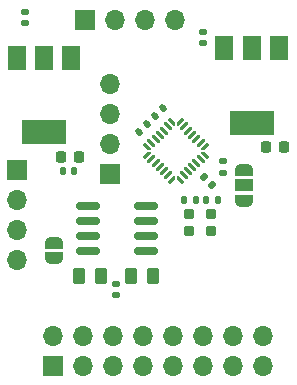
<source format=gts>
G04 #@! TF.GenerationSoftware,KiCad,Pcbnew,(6.0.7)*
G04 #@! TF.CreationDate,2023-06-30T23:32:05-07:00*
G04 #@! TF.ProjectId,RFD900 Interface,52464439-3030-4204-996e-746572666163,rev?*
G04 #@! TF.SameCoordinates,Original*
G04 #@! TF.FileFunction,Soldermask,Top*
G04 #@! TF.FilePolarity,Negative*
%FSLAX46Y46*%
G04 Gerber Fmt 4.6, Leading zero omitted, Abs format (unit mm)*
G04 Created by KiCad (PCBNEW (6.0.7)) date 2023-06-30 23:32:05*
%MOMM*%
%LPD*%
G01*
G04 APERTURE LIST*
G04 Aperture macros list*
%AMRoundRect*
0 Rectangle with rounded corners*
0 $1 Rounding radius*
0 $2 $3 $4 $5 $6 $7 $8 $9 X,Y pos of 4 corners*
0 Add a 4 corners polygon primitive as box body*
4,1,4,$2,$3,$4,$5,$6,$7,$8,$9,$2,$3,0*
0 Add four circle primitives for the rounded corners*
1,1,$1+$1,$2,$3*
1,1,$1+$1,$4,$5*
1,1,$1+$1,$6,$7*
1,1,$1+$1,$8,$9*
0 Add four rect primitives between the rounded corners*
20,1,$1+$1,$2,$3,$4,$5,0*
20,1,$1+$1,$4,$5,$6,$7,0*
20,1,$1+$1,$6,$7,$8,$9,0*
20,1,$1+$1,$8,$9,$2,$3,0*%
%AMFreePoly0*
4,1,22,0.500000,-0.750000,0.000000,-0.750000,0.000000,-0.745033,-0.079941,-0.743568,-0.215256,-0.701293,-0.333266,-0.622738,-0.424486,-0.514219,-0.481581,-0.384460,-0.499164,-0.250000,-0.500000,-0.250000,-0.500000,0.250000,-0.499164,0.250000,-0.499963,0.256109,-0.478152,0.396186,-0.417904,0.524511,-0.324060,0.630769,-0.204165,0.706417,-0.067858,0.745374,0.000000,0.744959,0.000000,0.750000,
0.500000,0.750000,0.500000,-0.750000,0.500000,-0.750000,$1*%
%AMFreePoly1*
4,1,20,0.000000,0.744959,0.073905,0.744508,0.209726,0.703889,0.328688,0.626782,0.421226,0.519385,0.479903,0.390333,0.500000,0.250000,0.500000,-0.250000,0.499851,-0.262216,0.476331,-0.402017,0.414519,-0.529596,0.319384,-0.634700,0.198574,-0.708877,0.061801,-0.746166,0.000000,-0.745033,0.000000,-0.750000,-0.500000,-0.750000,-0.500000,0.750000,0.000000,0.750000,0.000000,0.744959,
0.000000,0.744959,$1*%
%AMFreePoly2*
4,1,14,0.230680,0.111820,0.364320,-0.021821,0.377500,-0.053642,0.377500,-0.080000,0.364320,-0.111820,0.332500,-0.125000,-0.332500,-0.125000,-0.364320,-0.111820,-0.377500,-0.080000,-0.377500,0.080000,-0.364320,0.111820,-0.332500,0.125000,0.198860,0.125000,0.230680,0.111820,0.230680,0.111820,$1*%
%AMFreePoly3*
4,1,14,0.364320,0.111820,0.377500,0.080000,0.377501,0.053640,0.364318,0.021819,0.230680,-0.111820,0.198860,-0.125000,-0.332500,-0.125000,-0.364320,-0.111820,-0.377500,-0.080000,-0.377500,0.080000,-0.364320,0.111820,-0.332500,0.125000,0.332500,0.125000,0.364320,0.111820,0.364320,0.111820,$1*%
%AMFreePoly4*
4,1,15,0.053642,0.377500,0.080000,0.377500,0.111820,0.364320,0.125000,0.332500,0.125000,-0.332500,0.111820,-0.364320,0.080000,-0.377500,-0.080000,-0.377500,-0.111820,-0.364320,-0.125000,-0.332500,-0.125000,0.198860,-0.111820,0.230680,0.021820,0.364320,0.053640,0.377501,0.053642,0.377500,0.053642,0.377500,$1*%
%AMFreePoly5*
4,1,14,-0.021820,0.364320,0.111820,0.230679,0.125000,0.198858,0.125000,-0.332500,0.111820,-0.364320,0.080000,-0.377500,-0.080000,-0.377500,-0.111820,-0.364320,-0.125000,-0.332500,-0.125000,0.332500,-0.111820,0.364320,-0.080000,0.377500,-0.053640,0.377500,-0.021820,0.364320,-0.021820,0.364320,$1*%
%AMFreePoly6*
4,1,14,0.364320,0.111820,0.377500,0.080000,0.377500,-0.080000,0.364320,-0.111820,0.332500,-0.125000,-0.198860,-0.125001,-0.230681,-0.111818,-0.364320,0.021820,-0.377500,0.053640,-0.377500,0.080000,-0.364320,0.111820,-0.332500,0.125000,0.332500,0.125000,0.364320,0.111820,0.364320,0.111820,$1*%
%AMFreePoly7*
4,1,15,-0.198858,0.125000,0.332500,0.125000,0.364320,0.111820,0.377500,0.080000,0.377500,-0.080000,0.364320,-0.111820,0.332500,-0.125000,-0.332500,-0.125000,-0.364320,-0.111820,-0.377500,-0.080000,-0.377500,-0.053640,-0.364320,-0.021820,-0.230680,0.111820,-0.198860,0.125001,-0.198858,0.125000,-0.198858,0.125000,$1*%
%AMFreePoly8*
4,1,14,0.111820,0.364320,0.125000,0.332500,0.125001,-0.198860,0.111818,-0.230681,-0.021820,-0.364320,-0.053640,-0.377500,-0.080000,-0.377500,-0.111820,-0.364320,-0.125000,-0.332500,-0.125000,0.332500,-0.111820,0.364320,-0.080000,0.377500,0.080000,0.377500,0.111820,0.364320,0.111820,0.364320,$1*%
%AMFreePoly9*
4,1,14,0.111820,0.364320,0.125000,0.332500,0.125000,-0.332500,0.111820,-0.364320,0.080000,-0.377500,0.053640,-0.377501,0.021819,-0.364318,-0.111820,-0.230680,-0.125000,-0.198860,-0.125000,0.332500,-0.111820,0.364320,-0.080000,0.377500,0.080000,0.377500,0.111820,0.364320,0.111820,0.364320,$1*%
%AMFreePoly10*
4,1,22,0.550000,-0.750000,0.000000,-0.750000,0.000000,-0.745033,-0.079941,-0.743568,-0.215256,-0.701293,-0.333266,-0.622738,-0.424486,-0.514219,-0.481581,-0.384460,-0.499164,-0.250000,-0.500000,-0.250000,-0.500000,0.250000,-0.499164,0.250000,-0.499963,0.256109,-0.478152,0.396186,-0.417904,0.524511,-0.324060,0.630769,-0.204165,0.706417,-0.067858,0.745374,0.000000,0.744959,0.000000,0.750000,
0.550000,0.750000,0.550000,-0.750000,0.550000,-0.750000,$1*%
%AMFreePoly11*
4,1,20,0.000000,0.744959,0.073905,0.744508,0.209726,0.703889,0.328688,0.626782,0.421226,0.519385,0.479903,0.390333,0.500000,0.250000,0.500000,-0.250000,0.499851,-0.262216,0.476331,-0.402017,0.414519,-0.529596,0.319384,-0.634700,0.198574,-0.708877,0.061801,-0.746166,0.000000,-0.745033,0.000000,-0.750000,-0.550000,-0.750000,-0.550000,0.750000,0.000000,0.750000,0.000000,0.744959,
0.000000,0.744959,$1*%
G04 Aperture macros list end*
%ADD10R,1.700000X1.700000*%
%ADD11O,1.700000X1.700000*%
%ADD12RoundRect,0.200000X0.250000X-0.200000X0.250000X0.200000X-0.250000X0.200000X-0.250000X-0.200000X0*%
%ADD13RoundRect,0.140000X-0.140000X-0.170000X0.140000X-0.170000X0.140000X0.170000X-0.140000X0.170000X0*%
%ADD14RoundRect,0.140000X-0.170000X0.140000X-0.170000X-0.140000X0.170000X-0.140000X0.170000X0.140000X0*%
%ADD15FreePoly0,90.000000*%
%ADD16FreePoly1,90.000000*%
%ADD17FreePoly2,135.000000*%
%ADD18RoundRect,0.062500X0.309359X-0.220971X-0.220971X0.309359X-0.309359X0.220971X0.220971X-0.309359X0*%
%ADD19FreePoly3,135.000000*%
%ADD20FreePoly4,135.000000*%
%ADD21RoundRect,0.062500X0.309359X0.220971X0.220971X0.309359X-0.309359X-0.220971X-0.220971X-0.309359X0*%
%ADD22FreePoly5,135.000000*%
%ADD23FreePoly6,135.000000*%
%ADD24FreePoly7,135.000000*%
%ADD25FreePoly8,135.000000*%
%ADD26FreePoly9,135.000000*%
%ADD27RoundRect,0.140000X0.021213X-0.219203X0.219203X-0.021213X-0.021213X0.219203X-0.219203X0.021213X0*%
%ADD28RoundRect,0.135000X-0.226274X-0.035355X-0.035355X-0.226274X0.226274X0.035355X0.035355X0.226274X0*%
%ADD29R,1.500000X2.000000*%
%ADD30R,3.800000X2.000000*%
%ADD31RoundRect,0.140000X-0.021213X0.219203X-0.219203X0.021213X0.021213X-0.219203X0.219203X-0.021213X0*%
%ADD32RoundRect,0.150000X0.825000X0.150000X-0.825000X0.150000X-0.825000X-0.150000X0.825000X-0.150000X0*%
%ADD33RoundRect,0.140000X0.170000X-0.140000X0.170000X0.140000X-0.170000X0.140000X-0.170000X-0.140000X0*%
%ADD34RoundRect,0.250000X-0.262500X-0.450000X0.262500X-0.450000X0.262500X0.450000X-0.262500X0.450000X0*%
%ADD35FreePoly10,90.000000*%
%ADD36R,1.500000X1.000000*%
%ADD37FreePoly11,90.000000*%
%ADD38RoundRect,0.140000X0.140000X0.170000X-0.140000X0.170000X-0.140000X-0.170000X0.140000X-0.170000X0*%
%ADD39RoundRect,0.225000X-0.225000X-0.250000X0.225000X-0.250000X0.225000X0.250000X-0.225000X0.250000X0*%
G04 APERTURE END LIST*
D10*
X27325000Y-40300000D03*
D11*
X27325000Y-42840000D03*
X27325000Y-45380000D03*
X27325000Y-47920000D03*
D12*
X41900000Y-45500000D03*
X43750000Y-45500000D03*
X43750000Y-44050000D03*
X41900000Y-44050000D03*
D13*
X31195000Y-40450000D03*
X32155000Y-40450000D03*
D14*
X35700000Y-50000000D03*
X35700000Y-50960000D03*
D15*
X30475000Y-47800000D03*
D16*
X30475000Y-46500000D03*
D13*
X43345000Y-42850000D03*
X44305000Y-42850000D03*
D17*
X41126786Y-41198106D03*
D18*
X41437913Y-40802126D03*
X41791466Y-40448573D03*
X42145019Y-40095019D03*
X42498573Y-39741466D03*
X42852126Y-39387913D03*
D19*
X43248106Y-39076786D03*
D20*
X43248106Y-38373214D03*
D21*
X42852126Y-38062087D03*
X42498573Y-37708534D03*
X42145019Y-37354981D03*
X41791466Y-37001427D03*
X41437913Y-36647874D03*
D22*
X41126786Y-36251894D03*
D23*
X40423214Y-36251894D03*
D18*
X40112087Y-36647874D03*
X39758534Y-37001427D03*
X39404981Y-37354981D03*
X39051427Y-37708534D03*
X38697874Y-38062087D03*
D24*
X38301894Y-38373214D03*
D25*
X38301894Y-39076786D03*
D21*
X38697874Y-39387913D03*
X39051427Y-39741466D03*
X39404981Y-40095019D03*
X39758534Y-40448573D03*
X40112087Y-40802126D03*
D26*
X40423214Y-41198106D03*
D27*
X39010589Y-35739411D03*
X39689411Y-35060589D03*
D28*
X43114376Y-40914376D03*
X43835624Y-41635624D03*
D29*
X49475000Y-30025000D03*
X47175000Y-30025000D03*
D30*
X47175000Y-36325000D03*
D29*
X44875000Y-30025000D03*
D31*
X38339411Y-36410589D03*
X37660589Y-37089411D03*
D32*
X38275000Y-47205000D03*
X38275000Y-45935000D03*
X38275000Y-44665000D03*
X38275000Y-43395000D03*
X33325000Y-43395000D03*
X33325000Y-44665000D03*
X33325000Y-45935000D03*
X33325000Y-47205000D03*
D33*
X28000000Y-27930000D03*
X28000000Y-26970000D03*
D34*
X36987500Y-49330000D03*
X38812500Y-49330000D03*
D10*
X35150000Y-40700000D03*
D11*
X35150000Y-38160000D03*
X35150000Y-35620000D03*
X35150000Y-33080000D03*
D33*
X43025000Y-29580000D03*
X43025000Y-28620000D03*
D29*
X31900000Y-30850000D03*
D30*
X29600000Y-37150000D03*
D29*
X29600000Y-30850000D03*
X27300000Y-30850000D03*
D35*
X46525000Y-42925000D03*
D36*
X46525000Y-41625000D03*
D37*
X46525000Y-40325000D03*
D38*
X42430000Y-42850000D03*
X41470000Y-42850000D03*
D33*
X44725000Y-40555000D03*
X44725000Y-39595000D03*
D10*
X33050000Y-27600000D03*
D11*
X35590000Y-27600000D03*
X38130000Y-27600000D03*
X40670000Y-27600000D03*
D39*
X31025000Y-39225000D03*
X32575000Y-39225000D03*
D34*
X32587500Y-49305000D03*
X34412500Y-49305000D03*
D39*
X48400000Y-38400000D03*
X49950000Y-38400000D03*
D10*
X30380000Y-56915000D03*
D11*
X30380000Y-54375000D03*
X32920000Y-56915000D03*
X32920000Y-54375000D03*
X35460000Y-56915000D03*
X35460000Y-54375000D03*
X38000000Y-56915000D03*
X38000000Y-54375000D03*
X40540000Y-56915000D03*
X40540000Y-54375000D03*
X43080000Y-56915000D03*
X43080000Y-54375000D03*
X45620000Y-56915000D03*
X45620000Y-54375000D03*
X48160000Y-56915000D03*
X48160000Y-54375000D03*
M02*

</source>
